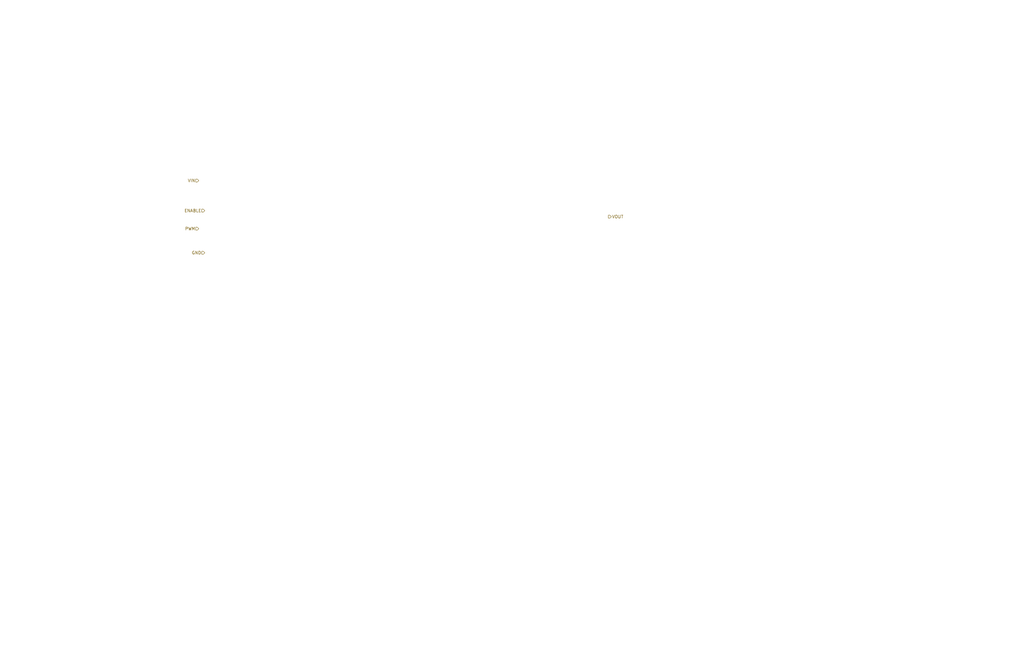
<source format=kicad_sch>
(kicad_sch (version 20211123) (generator eeschema)
  (paper "USLedger")
  (title_block (title "15V0 DC Regulator") (rev "201") (company "PMEL") (comment 2 "Matt Casari") (comment 4 "DRAFT"))
  (lib_symbols)
  (hierarchical_label "PWM" (shape input) (at 83.82 96.52 180))
  (hierarchical_label "GND" (shape input) (at 86.36 106.68 180))
  (hierarchical_label "ENABLE" (shape input) (at 86.36 88.9 180))
  (hierarchical_label "VIN" (shape input) (at 83.82 76.2 180))
  (hierarchical_label "VOUT" (shape output) (at 256.54 91.44 0))
)
</source>
